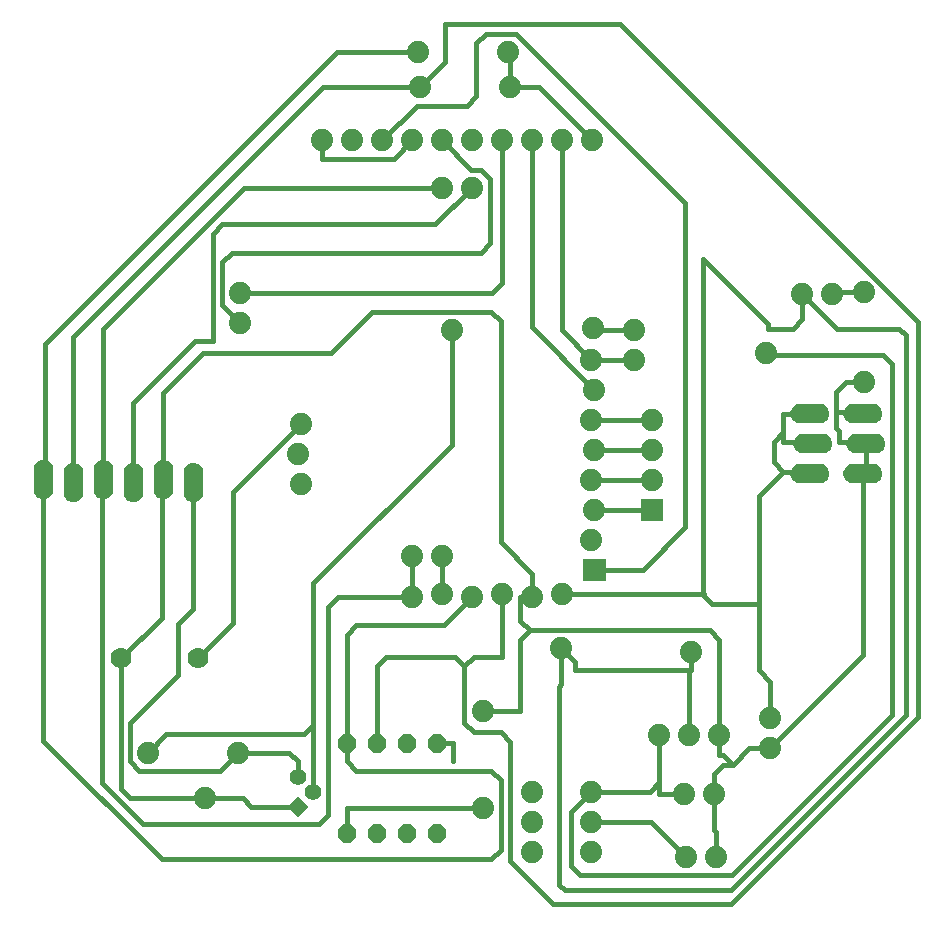
<source format=gbr>
G04 DipTrace 2.4.0.2*
%INTop.gbr*%
%MOMM*%
%ADD13C,0.4*%
%ADD15C,1.4*%
%ADD18C,1.88*%
%ADD19C,1.778*%
%FSLAX53Y53*%
G04*
G71*
G90*
G75*
G01*
%LNTop*%
%LPD*%
X7523Y37790D2*
D13*
Y50107D1*
X28667Y71250D1*
X36857D1*
X39030Y73423D1*
Y76583D1*
X53833D1*
X79019Y51397D1*
Y17936D1*
X63227Y2144D1*
X48107D1*
X44506Y5744D1*
Y15857D1*
X43707Y16657D1*
X41427D1*
X40627Y17457D1*
Y22250D1*
X41427Y23050D1*
X43812D1*
Y28315D1*
X33230Y15727D2*
Y22250D1*
X34030Y23050D1*
X39827D1*
X40627Y22250D1*
X41272Y28061D2*
X38933Y25721D1*
X31490D1*
X30690Y24921D1*
Y15727D1*
X4983Y38044D2*
X5126D1*
Y49543D1*
X29833Y74250D1*
X36690D1*
X30690Y15727D2*
Y14189D1*
X31490Y13389D1*
X42906D1*
X43707Y12589D1*
Y6709D1*
X42906Y5909D1*
X15008D1*
X4983Y15933D1*
Y38044D1*
X59667Y16417D2*
Y21710D1*
X59833Y21877D1*
X49973D1*
Y22610D1*
X48833Y23750D1*
X17683Y37790D2*
Y27076D1*
X16390Y25783D1*
Y21493D1*
X12317Y17420D1*
Y14177D1*
X13117Y13377D1*
X19937D1*
X21477Y14917D1*
X69230Y53750D2*
Y51627D1*
X68430Y50827D1*
X66360D1*
Y51223D1*
X60833Y56750D1*
Y28250D1*
X61568Y27515D1*
X65560D1*
Y21877D1*
X66500Y20937D1*
Y17853D1*
X59833Y21877D2*
Y23417D1*
X39708Y14189D2*
Y15727D1*
X38310D1*
X65560Y27515D2*
Y36617D1*
X67629Y38686D1*
X66829Y39486D1*
Y41226D1*
X67629Y42026D1*
Y41226D1*
X70127D1*
Y41083D1*
X67629Y42026D2*
Y43623D1*
X69873D1*
X67629Y38686D2*
X69873D1*
Y38543D1*
X60833Y28250D2*
X60899Y28315D1*
X48892D1*
X48833Y23750D2*
Y20710D1*
X48633Y20510D1*
Y3744D1*
X49127Y3250D1*
X63167D1*
X78000Y18083D1*
Y50246D1*
X77419Y50827D1*
X72153D1*
X69230Y53750D1*
X21477Y14917D2*
X25803D1*
X26530Y14189D1*
Y12889D1*
X44477Y71250D2*
X46930D1*
X51430Y66750D1*
X44310Y74250D2*
X44477Y74083D1*
Y71250D1*
X42167Y18417D2*
X45352D1*
Y24490D1*
X46152Y25290D1*
X61407D1*
X62207Y24490D1*
Y16417D1*
X46152Y25290D2*
X45352Y26090D1*
Y28061D1*
X46352D1*
X30690Y8107D2*
Y10250D1*
X42167D1*
X28570Y66750D2*
Y65210D1*
X34650D1*
X36190Y66750D1*
X61937Y6083D2*
Y8194D1*
X61770Y8360D1*
Y11417D1*
X74627Y41083D2*
Y41226D1*
X72371D1*
Y42152D1*
X72117Y42406D1*
Y43766D1*
Y45473D1*
X72917Y46273D1*
X74500D1*
X74373Y38543D2*
X74627D1*
Y41083D1*
X66500Y15313D2*
X74373Y23186D1*
Y38543D1*
X62207Y16417D2*
Y14713D1*
X62560D1*
X63360Y13913D1*
X64760Y15313D1*
X66500D1*
X18667Y11083D2*
X21849D1*
X22583Y10349D1*
X26530D1*
X11583Y22917D2*
Y19861D1*
X11517Y19794D1*
Y11883D1*
X12317Y11083D1*
X18667D1*
X15143Y38044D2*
X15000D1*
Y26334D1*
X11583Y22917D1*
X46352Y28061D2*
Y30086D1*
X43722Y32716D1*
Y51426D1*
X42922Y52226D1*
X32822D1*
X29369Y48774D1*
X18527D1*
X15143Y45390D1*
Y38044D1*
X61770Y11417D2*
Y13113D1*
X62570Y13913D1*
X63360D1*
X74373Y43623D2*
Y43766D1*
X72117D1*
X27800Y11619D2*
X27830Y11649D1*
Y17256D1*
Y29251D1*
X39542Y40963D1*
Y50687D1*
X27830Y17256D2*
X27030Y16457D1*
X15397D1*
X13857Y14917D1*
X48890Y66750D2*
Y50685D1*
X51394Y48181D1*
X54966D1*
X55000Y48147D1*
X51333Y9083D2*
X56397D1*
X59397Y6083D1*
X59230Y11417D2*
X57127D1*
Y12423D1*
X56327Y11623D1*
X51333D1*
X55000Y50687D2*
X51693D1*
X51513Y50867D1*
X57127Y12423D2*
Y16417D1*
X51333Y11623D2*
X49633Y9923D1*
Y5344D1*
X50433Y4543D1*
X63293D1*
X76871Y18121D1*
Y47813D1*
X76071Y48613D1*
X66637D1*
X66500Y48750D1*
X71770Y53750D2*
X71913Y53893D1*
X74500D1*
X38770Y31583D2*
X38732Y31546D1*
Y28315D1*
X12603Y37790D2*
Y44520D1*
X17857Y49774D1*
X19327D1*
Y58862D1*
X20127Y59662D1*
X38182D1*
X41270Y62750D1*
X10063Y38044D2*
Y50813D1*
X22000Y62750D1*
X38730D1*
X36192Y28061D2*
X29901D1*
X29101Y27261D1*
Y9667D1*
X28300Y8867D1*
X13383D1*
X9920Y12330D1*
Y38044D1*
X10063D1*
X36230Y31583D2*
X36192Y31546D1*
Y28061D1*
X26815Y42707D2*
X21083Y36974D1*
Y25916D1*
X18083Y22917D1*
X51648Y45641D2*
X46350Y50939D1*
Y66750D1*
X43810D2*
Y54653D1*
X43010Y53853D1*
X21667D1*
Y51313D2*
X20127Y52853D1*
Y56462D1*
X20927Y57262D1*
X42010D1*
X42810Y58062D1*
Y63490D1*
X42010Y64290D1*
X41190D1*
X38730Y66750D1*
X33650D2*
X36610Y69710D1*
X40847D1*
X41647Y70510D1*
Y74990D1*
X42447Y75790D1*
X44960D1*
X59333Y61417D1*
Y33994D1*
X55740Y30401D1*
X51648D1*
Y35481D2*
X51689Y35440D1*
X56500D1*
X51394Y38021D2*
X51435Y37980D1*
X56500D1*
X51648Y40561D2*
X51689Y40520D1*
X56500D1*
X51394Y43101D2*
X51435Y43060D1*
X56500D1*
D15*
X26530Y12889D3*
X27800Y11619D3*
G36*
X27430Y10349D2*
X26530Y9449D1*
X25630Y10349D1*
X26530Y11249D1*
X27430Y10349D1*
G37*
G36*
X37512Y7776D2*
X37980Y7309D1*
X38641D1*
X39108Y7776D1*
Y8437D1*
X38641Y8905D1*
X37980D1*
X37512Y8437D1*
Y7776D1*
G37*
G36*
X34972D2*
X35440Y7309D1*
X36101D1*
X36568Y7776D1*
Y8437D1*
X36101Y8905D1*
X35440D1*
X34972Y8437D1*
Y7776D1*
G37*
G36*
X32432D2*
X32899Y7309D1*
X33560D1*
X34028Y7776D1*
Y8437D1*
X33560Y8905D1*
X32899D1*
X32432Y8437D1*
Y7776D1*
G37*
G36*
X29892D2*
X30359Y7309D1*
X31020D1*
X31488Y7776D1*
Y8437D1*
X31020Y8905D1*
X30359D1*
X29892Y8437D1*
Y7776D1*
G37*
G36*
Y15396D2*
X30359Y14929D1*
X31020D1*
X31488Y15396D1*
Y16057D1*
X31020Y16525D1*
X30359D1*
X29892Y16057D1*
Y15396D1*
G37*
G36*
X32432D2*
X32899Y14929D1*
X33560D1*
X34028Y15396D1*
Y16057D1*
X33560Y16525D1*
X32899D1*
X32432Y16057D1*
Y15396D1*
G37*
G36*
X34972D2*
X35440Y14929D1*
X36101D1*
X36568Y15396D1*
Y16057D1*
X36101Y16525D1*
X35440D1*
X34972Y16057D1*
Y15396D1*
G37*
G36*
X37512D2*
X37980Y14929D1*
X38641D1*
X39108Y15396D1*
Y16057D1*
X38641Y16525D1*
X37980D1*
X37512Y16057D1*
Y15396D1*
G37*
D18*
X26815Y37627D3*
X26561Y40167D3*
X26815Y42707D3*
X13857Y14917D3*
X21477D3*
X59230Y11417D3*
X61770D3*
G36*
X50708Y29461D2*
X52588D1*
Y31341D1*
X50708D1*
Y29461D1*
G37*
D18*
X51394Y32941D3*
X51648Y35481D3*
X51394Y38021D3*
X51648Y40561D3*
X51394Y43101D3*
X51648Y45641D3*
X51394Y48181D3*
X61937Y6083D3*
X59397D3*
X66500Y15313D3*
Y17853D3*
X57127Y16417D3*
X59667D3*
X62207D3*
X46333Y6543D3*
Y9083D3*
Y11623D3*
X51333Y6543D3*
Y9083D3*
Y11623D3*
G36*
X73546Y37715D2*
X73262Y37765D1*
X73013Y37909D1*
X72828Y38129D1*
X72730Y38399D1*
X72729Y38686D1*
X72828Y38957D1*
X73012Y39177D1*
X73261Y39321D1*
X73544Y39371D1*
X75200D1*
X75484Y39322D1*
X75733Y39178D1*
X75918Y38958D1*
X76016Y38688D1*
X76017Y38400D1*
X75918Y38130D1*
X75734Y37909D1*
X75485Y37765D1*
X75202Y37715D1*
X73546D1*
G37*
G36*
X73800Y40255D2*
X73516Y40305D1*
X73267Y40449D1*
X73082Y40669D1*
X72984Y40939D1*
X72983Y41226D1*
X73082Y41497D1*
X73266Y41717D1*
X73515Y41861D1*
X73798Y41911D1*
X75454D1*
X75738Y41862D1*
X75987Y41718D1*
X76172Y41498D1*
X76270Y41228D1*
X76271Y40940D1*
X76172Y40670D1*
X75988Y40449D1*
X75739Y40305D1*
X75456Y40255D1*
X73800D1*
G37*
G36*
X73546Y42795D2*
X73262Y42845D1*
X73013Y42989D1*
X72828Y43209D1*
X72730Y43479D1*
X72729Y43766D1*
X72828Y44037D1*
X73012Y44257D1*
X73261Y44401D1*
X73544Y44451D1*
X75200D1*
X75484Y44402D1*
X75733Y44258D1*
X75918Y44038D1*
X76016Y43768D1*
X76017Y43480D1*
X75918Y43210D1*
X75734Y42989D1*
X75485Y42845D1*
X75202Y42795D1*
X73546D1*
G37*
G36*
X69046Y37715D2*
X68762Y37765D1*
X68513Y37909D1*
X68328Y38129D1*
X68230Y38399D1*
X68229Y38686D1*
X68328Y38957D1*
X68512Y39177D1*
X68761Y39321D1*
X69044Y39371D1*
X70700D1*
X70984Y39322D1*
X71233Y39178D1*
X71418Y38958D1*
X71516Y38688D1*
X71517Y38400D1*
X71418Y38130D1*
X71234Y37909D1*
X70985Y37765D1*
X70702Y37715D1*
X69046D1*
G37*
G36*
X69300Y40255D2*
X69016Y40305D1*
X68767Y40449D1*
X68582Y40669D1*
X68484Y40939D1*
X68483Y41226D1*
X68582Y41497D1*
X68766Y41717D1*
X69015Y41861D1*
X69298Y41911D1*
X70954D1*
X71238Y41862D1*
X71487Y41718D1*
X71672Y41498D1*
X71770Y41228D1*
X71771Y40940D1*
X71672Y40670D1*
X71488Y40449D1*
X71239Y40305D1*
X70956Y40255D1*
X69300D1*
G37*
G36*
X69046Y42795D2*
X68762Y42845D1*
X68513Y42989D1*
X68328Y43209D1*
X68230Y43479D1*
X68229Y43766D1*
X68328Y44037D1*
X68512Y44257D1*
X68761Y44401D1*
X69044Y44451D1*
X70700D1*
X70984Y44402D1*
X71233Y44258D1*
X71418Y44038D1*
X71516Y43768D1*
X71517Y43480D1*
X71418Y43210D1*
X71234Y42989D1*
X70985Y42845D1*
X70702Y42795D1*
X69046D1*
G37*
D18*
X51513Y50867D3*
X39542Y50687D3*
X48892Y28315D3*
X46352Y28061D3*
X43812Y28315D3*
X41272Y28061D3*
X38732Y28315D3*
X36192Y28061D3*
X71770Y53750D3*
X69230D3*
X74500Y46273D3*
Y53893D3*
G36*
X4155Y38871D2*
X4205Y39154D1*
X4349Y39403D1*
X4569Y39588D1*
X4839Y39687D1*
X5126D1*
X5397Y39589D1*
X5617Y39405D1*
X5761Y39156D1*
X5811Y38872D1*
Y37216D1*
X5762Y36933D1*
X5618Y36684D1*
X5398Y36499D1*
X5128Y36400D1*
X4840D1*
X4570Y36498D1*
X4349Y36683D1*
X4205Y36932D1*
X4155Y37215D1*
Y38871D1*
G37*
G36*
X6695Y38617D2*
X6745Y38900D1*
X6889Y39149D1*
X7109Y39334D1*
X7379Y39433D1*
X7666D1*
X7937Y39335D1*
X8157Y39151D1*
X8301Y38902D1*
X8351Y38618D1*
Y36962D1*
X8302Y36679D1*
X8158Y36430D1*
X7938Y36245D1*
X7668Y36146D1*
X7380D1*
X7110Y36244D1*
X6889Y36429D1*
X6745Y36678D1*
X6695Y36961D1*
Y38617D1*
G37*
G36*
X9235Y38871D2*
X9285Y39154D1*
X9429Y39403D1*
X9649Y39588D1*
X9919Y39687D1*
X10206D1*
X10477Y39589D1*
X10697Y39405D1*
X10841Y39156D1*
X10891Y38872D1*
Y37216D1*
X10842Y36933D1*
X10698Y36684D1*
X10478Y36499D1*
X10208Y36400D1*
X9920D1*
X9650Y36498D1*
X9429Y36683D1*
X9285Y36932D1*
X9235Y37215D1*
Y38871D1*
G37*
G36*
X11775Y38617D2*
X11825Y38900D1*
X11969Y39149D1*
X12189Y39334D1*
X12459Y39433D1*
X12746D1*
X13017Y39335D1*
X13237Y39151D1*
X13381Y38902D1*
X13431Y38618D1*
Y36962D1*
X13382Y36679D1*
X13238Y36430D1*
X13018Y36245D1*
X12748Y36146D1*
X12460D1*
X12190Y36244D1*
X11969Y36429D1*
X11825Y36678D1*
X11775Y36961D1*
Y38617D1*
G37*
G36*
X14315Y38871D2*
X14365Y39154D1*
X14509Y39403D1*
X14729Y39588D1*
X14999Y39687D1*
X15286D1*
X15557Y39589D1*
X15777Y39405D1*
X15921Y39156D1*
X15971Y38872D1*
Y37216D1*
X15922Y36933D1*
X15778Y36684D1*
X15558Y36499D1*
X15288Y36400D1*
X15000D1*
X14730Y36498D1*
X14509Y36683D1*
X14365Y36932D1*
X14315Y37215D1*
Y38871D1*
G37*
G36*
X16855Y38617D2*
X16905Y38900D1*
X17049Y39149D1*
X17269Y39334D1*
X17539Y39433D1*
X17826D1*
X18097Y39335D1*
X18317Y39151D1*
X18461Y38902D1*
X18511Y38618D1*
Y36962D1*
X18462Y36679D1*
X18318Y36430D1*
X18098Y36245D1*
X17828Y36146D1*
X17540D1*
X17270Y36244D1*
X17049Y36429D1*
X16905Y36678D1*
X16855Y36961D1*
Y38617D1*
G37*
D18*
X44310Y74250D3*
X36690D3*
X44477Y71250D3*
X36857D3*
D19*
X11583Y22917D3*
X18083D3*
D18*
X28570Y66750D3*
X31110D3*
X33650D3*
X36190D3*
X38730D3*
X41270D3*
X43810D3*
X46350D3*
X48890D3*
X51430D3*
X21667Y51313D3*
Y53853D3*
X36230Y31583D3*
X38770D3*
X38730Y62750D3*
X41270D3*
X59833Y23417D3*
X48833Y23750D3*
G36*
X57440Y34500D2*
X55560D1*
Y36380D1*
X57440D1*
Y34500D1*
G37*
D18*
X56500Y37980D3*
Y40520D3*
Y43060D3*
X42167Y18417D3*
Y10250D3*
X18667Y11083D3*
X55000Y48147D3*
Y50687D3*
X66167Y48750D3*
M02*

</source>
